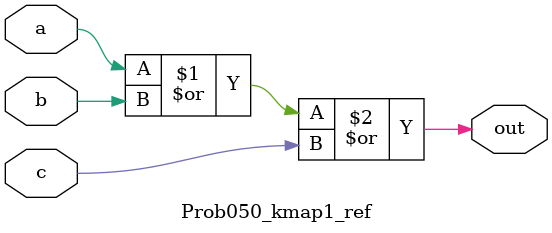
<source format=sv>

module Prob050_kmap1_ref (
  input a,
  input b,
  input c,
  output out
);

  assign out = (a | b | c);

endmodule


</source>
